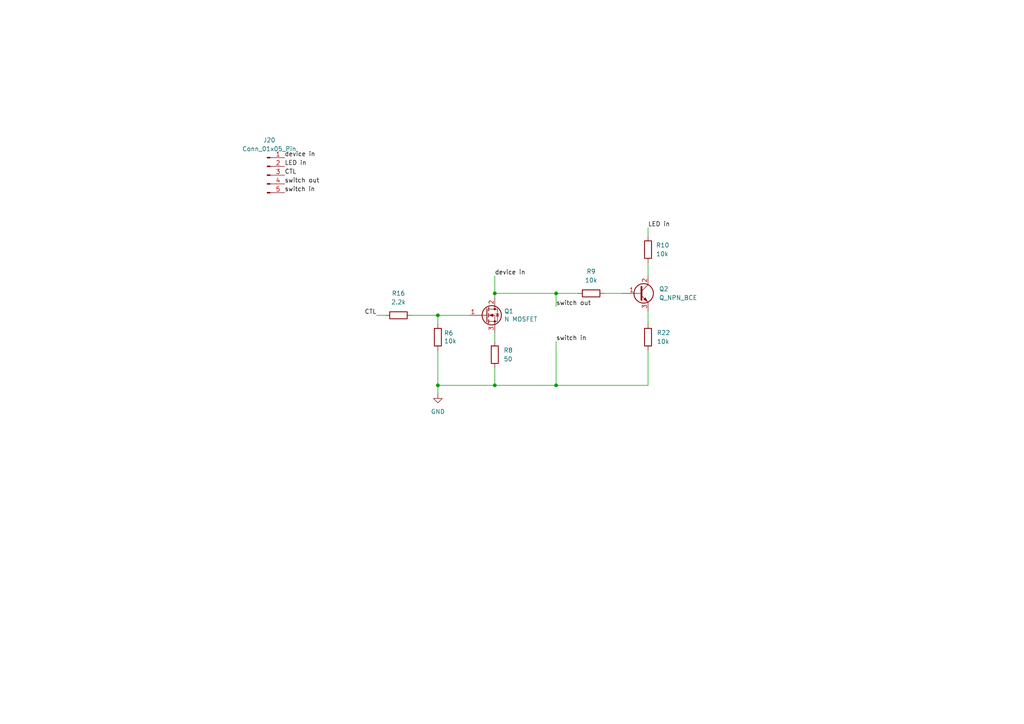
<source format=kicad_sch>
(kicad_sch (version 20231120) (generator "eeschema") (generator_version "8.0")
  (paper "A4")
  (lib_symbols
    (symbol "Connector:Conn_01x05_Pin" (pin_names (offset 1.016) hide)
      (property "Reference" "J" (at 0 7.62 0))
      (property "Value" "Conn_01x05_Pin" (at 0 -7.62 0))
      (symbol "Conn_01x05_Pin_1_1"
        (polyline (pts (xy 1.27 -5.08) (xy 0.8636 -5.08)) (stroke (width 0.1524)))
        (polyline (pts (xy 1.27 -2.54) (xy 0.8636 -2.54)) (stroke (width 0.1524)))
        (polyline (pts (xy 1.27 0) (xy 0.8636 0)) (stroke (width 0.1524)))
        (polyline (pts (xy 1.27 2.54) (xy 0.8636 2.54)) (stroke (width 0.1524)))
        (polyline (pts (xy 1.27 5.08) (xy 0.8636 5.08)) (stroke (width 0.1524)))
        (rectangle (start 0.8636 -4.953) (end 0 -5.207) (stroke (width 0.1524)) (fill (type outline)))
        (rectangle (start 0.8636 -2.413) (end 0 -2.667) (stroke (width 0.1524)) (fill (type outline)))
        (rectangle (start 0.8636 0.127) (end 0 -0.127) (stroke (width 0.1524)) (fill (type outline)))
        (rectangle (start 0.8636 2.667) (end 0 2.413) (stroke (width 0.1524)) (fill (type outline)))
        (rectangle (start 0.8636 5.207) (end 0 4.953) (stroke (width 0.1524)) (fill (type outline)))
        (pin passive line (at 5.08 5.08 180) (length 3.81) (name "Pin_1") (number "1"))
        (pin passive line (at 5.08 2.54 180) (length 3.81) (name "Pin_2") (number "2"))
        (pin passive line (at 5.08 0 180) (length 3.81) (name "Pin_3") (number "3"))
        (pin passive line (at 5.08 -2.54 180) (length 3.81) (name "Pin_4") (number "4"))
        (pin passive line (at 5.08 -5.08 180) (length 3.81) (name "Pin_5") (number "5"))
      )
    )
    (symbol "Device:Q_NPN_BCE" (pin_names (offset 0) hide)
      (property "Reference" "Q" (at 5.08 1.27 0))
      (property "Value" "Q_NPN_BCE" (at 5.08 -1.27 0))
      (symbol "Q_NPN_BCE_0_1"
        (polyline (pts (xy 0.635 0.635) (xy 2.54 2.54)))
        (polyline (pts (xy 0.635 -0.635) (xy 2.54 -2.54) (xy 2.54 -2.54)))
        (polyline (pts (xy 0.635 1.905) (xy 0.635 -1.905) (xy 0.635 -1.905)) (stroke (width 0.508)))
        (polyline (pts (xy 1.27 -1.778) (xy 1.778 -1.27) (xy 2.286 -2.286) (xy 1.27 -1.778) (xy 1.27 -1.778)) (fill (type outline)))
        (circle (center 1.27 0) (radius 2.8194) (stroke (width 0.254)))
      )
      (symbol "Q_NPN_BCE_1_1"
        (pin input line (at -5.08 0 0) (length 5.715) (name "B") (number "1"))
        (pin passive line (at 2.54 5.08 270) (length 2.54) (name "C") (number "2"))
        (pin passive line (at 2.54 -5.08 90) (length 2.54) (name "E") (number "3"))
      )
    )
    (symbol "Device:R" (pin_numbers hide) (pin_names (offset 0))
      (property "Reference" "R" (at 2.032 0 90))
      (property "Value" "R" (at 0 0 90))
      (symbol "R_0_1"
        (rectangle (start -1.016 -2.54) (end 1.016 2.54) (stroke (width 0.254)))
      )
      (symbol "R_1_1"
        (pin passive line (at 0 3.81 270) (length 1.27) (name "~") (number "1"))
        (pin passive line (at 0 -3.81 90) (length 1.27) (name "~") (number "2"))
      )
    )
    (symbol "Transistor_FET:BUZ11" (pin_names hide)
      (property "Reference" "Q" (at 6.35 1.905 0))
      (property "Value" "BUZ11" (at 6.35 0 0))
      (symbol "BUZ11_0_1"
        (polyline (pts (xy 0.254 0) (xy -2.54 0)))
        (polyline (pts (xy 0.254 1.905) (xy 0.254 -1.905)) (stroke (width 0.254)))
        (polyline (pts (xy 0.762 -1.27) (xy 0.762 -2.286)) (stroke (width 0.254)))
        (polyline (pts (xy 0.762 0.508) (xy 0.762 -0.508)) (stroke (width 0.254)))
        (polyline (pts (xy 0.762 2.286) (xy 0.762 1.27)) (stroke (width 0.254)))
        (polyline (pts (xy 2.54 2.54) (xy 2.54 1.778)))
        (polyline (pts (xy 2.54 -2.54) (xy 2.54 0) (xy 0.762 0)))
        (polyline (pts (xy 0.762 -1.778) (xy 3.302 -1.778) (xy 3.302 1.778) (xy 0.762 1.778)))
        (polyline (pts (xy 1.016 0) (xy 2.032 0.381) (xy 2.032 -0.381) (xy 1.016 0)) (fill (type outline)))
        (polyline (pts (xy 2.794 0.508) (xy 2.921 0.381) (xy 3.683 0.381) (xy 3.81 0.254)))
        (polyline (pts (xy 3.302 0.381) (xy 2.921 -0.254) (xy 3.683 -0.254) (xy 3.302 0.381)))
        (circle (center 1.651 0) (radius 2.794) (stroke (width 0.254)))
        (circle (center 2.54 -1.778) (radius 0.254) (fill (type outline)))
        (circle (center 2.54 1.778) (radius 0.254) (fill (type outline)))
      )
      (symbol "BUZ11_1_1"
        (pin input line (at -5.08 0 0) (length 2.54) (name "G") (number "1"))
        (pin passive line (at 2.54 5.08 270) (length 2.54) (name "D") (number "2"))
        (pin passive line (at 2.54 -5.08 90) (length 2.54) (name "S") (number "3"))
      )
    )
    (symbol "power:GND" (power) (pin_numbers hide) (pin_names (offset 0) hide)
      (property "Value" "GND" (at 0 -3.81 0))
      (symbol "GND_0_1"
        (polyline (pts (xy 0 0) (xy 0 -1.27) (xy 1.27 -1.27) (xy 0 -2.54) (xy -1.27 -1.27) (xy 0 -1.27)))
      )
      (symbol "GND_1_1"
        (pin power_in line (at 0 0 270) (length 0) (name "~") (number "1"))
      )
    )
  )
  (junction (at 161.29 111.76))
  (junction (at 127 111.76))
  (junction (at 161.29 85.09))
  (junction (at 143.51 111.76))
  (junction (at 143.51 85.09))
  (junction (at 127 91.44))
  (wire (pts (xy 127 101.6) (xy 127 111.76)))
  (wire (pts (xy 187.96 76.2) (xy 187.96 80.01)))
  (wire (pts (xy 143.51 106.68) (xy 143.51 111.76)))
  (wire (pts (xy 161.29 111.76) (xy 187.96 111.76)))
  (wire (pts (xy 127 111.76) (xy 127 114.3)))
  (wire (pts (xy 187.96 66.04) (xy 187.96 68.58)))
  (wire (pts (xy 143.51 80.01) (xy 143.51 85.09)))
  (wire (pts (xy 187.96 111.76) (xy 187.96 101.6)))
  (wire (pts (xy 143.51 85.09) (xy 161.29 85.09)))
  (wire (pts (xy 127 91.44) (xy 127 93.98)))
  (wire (pts (xy 119.38 91.44) (xy 127 91.44)))
  (wire (pts (xy 143.51 111.76) (xy 161.29 111.76)))
  (wire (pts (xy 143.51 111.76) (xy 127 111.76)))
  (wire (pts (xy 109.22 91.44) (xy 111.76 91.44)))
  (wire (pts (xy 161.29 111.76) (xy 161.29 99.06)))
  (wire (pts (xy 161.29 85.09) (xy 161.29 88.9)))
  (wire (pts (xy 143.51 96.52) (xy 143.51 99.06)))
  (wire (pts (xy 127 91.44) (xy 135.89 91.44)))
  (wire (pts (xy 143.51 85.09) (xy 143.51 86.36)))
  (wire (pts (xy 187.96 90.17) (xy 187.96 93.98)))
  (wire (pts (xy 161.29 85.09) (xy 167.64 85.09)))
  (wire (pts (xy 175.26 85.09) (xy 180.34 85.09)))
  (label "switch in" (at 82.55 55.88 0))
  (label "switch in" (at 161.29 99.06 0))
  (label "device in" (at 82.55 45.72 0))
  (label "CTL" (at 82.55 50.8 0))
  (label "device in" (at 143.51 80.01 0))
  (label "switch out" (at 82.55 53.34 0))
  (label "LED in" (at 187.96 66.04 0))
  (label "LED in" (at 82.55 48.26 0))
  (label "switch out" (at 161.29 88.9 0))
  (label "CTL" (at 109.22 91.44 180))
  (symbol (lib_id "Device:R") (at 115.57 91.44 90) (unit 1)
    (property "Reference" "R16" (at 115.57 85.09 90))
    (property "Value" "2.2k" (at 115.57 87.63 90))
    (property "Footprint" "Resistor_THT:R_Axial_DIN0207_L6.3mm_D2.5mm_P7.62mm_Horizontal" (effects (hide yes)))
    (property "Description" "Resistor" (effects (hide yes)))
    (instances (project "behavior_panel" (path "" (reference "R16") (unit 1)) (path "" (reference "R23") (unit 1)) (path "" (reference "R34") (unit 1)) (path "" (reference "R5") (unit 1))))
  )
  (symbol (lib_id "Device:R") (at 127 97.79 0) (unit 1)
    (property "Reference" "R6" (at 128.778 96.6216 0) (effects (justify left)))
    (property "Value" "10k" (at 128.778 98.933 0) (effects (justify left)))
    (property "Footprint" "Resistor_THT:R_Axial_DIN0207_L6.3mm_D2.5mm_P7.62mm_Horizontal" (effects (hide yes)))
    (property "MPN" "MF-RES-0402-10k" (effects (hide yes)))
    (property "POPULATE" "1" (effects (hide yes)))
    (instances (project "behavior_panel" (path "" (reference "R6") (unit 1)) (path "" (reference "R17") (unit 1)) (path "" (reference "R24") (unit 1)) (path "" (reference "R35") (unit 1))))
  )
  (symbol (lib_id "Transistor_FET:BUZ11") (at 140.97 91.44 0) (unit 1)
    (property "Reference" "Q1" (at 146.2024 90.2716 0) (effects (justify left)))
    (property "Value" "N MOSFET" (at 146.2024 92.583 0) (effects (justify left)))
    (property "Footprint" "Package_TO_SOT_THT:TO-220-3_Vertical" (effects (hide yes)))
    (property "POPULATE" "1" (effects (hide yes)))
    (property "MPN" "NVD5C668NLT4G" (effects (hide yes)))
    (instances (project "behavior_panel" (path "" (reference "Q1") (unit 1)) (path "" (reference "Q3") (unit 1)) (path "" (reference "Q5") (unit 1)) (path "" (reference "Q7") (unit 1))))
  )
  (symbol (lib_id "Connector:Conn_01x05_Pin") (at 77.47 50.8 0) (unit 1)
    (property "Reference" "J20" (at 78.105 40.64 0))
    (property "Value" "Conn_01x05_Pin" (at 78.105 43.18 0))
    (property "Footprint" "Connector_PinHeader_2.54mm:PinHeader_1x05_P2.54mm_Vertical" (effects (hide yes)))
    (property "Description" "Generic connector, single row, 01x05, script generated" (effects (hide yes)))
    (instances (project "behavior_panel" (path "" (reference "J20") (unit 1)) (path "" (reference "J17") (unit 1)) (path "" (reference "J19") (unit 1)) (path "" (reference "J22") (unit 1))))
  )
  (symbol (lib_id "power:GND") (at 127 114.3 0) (unit 1)
    (property "Reference" "#PWR021" (effects (hide yes)))
    (property "Value" "GND" (at 127 119.38 0))
    (property "Description" "Power symbol creates a global label with name \"GND\" , ground" (effects (hide yes)))
    (instances (project "behavior_panel" (path "" (reference "#PWR021") (unit 1)) (path "" (reference "#PWR023") (unit 1)) (path "" (reference "#PWR024") (unit 1)) (path "" (reference "#PWR026") (unit 1))))
  )
  (symbol (lib_id "Device:R") (at 171.45 85.09 90) (unit 1)
    (property "Reference" "R9" (at 171.45 78.74 90))
    (property "Value" "10k" (at 171.45 81.28 90))
    (property "Footprint" "Resistor_THT:R_Axial_DIN0207_L6.3mm_D2.5mm_P7.62mm_Horizontal" (effects (hide yes)))
    (instances (project "behavior_panel" (path "" (reference "R9") (unit 1)) (path "" (reference "R20") (unit 1)) (path "" (reference "R27") (unit 1)) (path "" (reference "R38") (unit 1))))
  )
  (symbol (lib_id "Device:R") (at 187.96 72.39 0) (unit 1)
    (property "Reference" "R10" (at 190.246 71.1199 0) (effects (justify left)))
    (property "Value" "10k" (at 190.246 73.6599 0) (effects (justify left)))
    (property "Footprint" "Resistor_THT:R_Axial_DIN0207_L6.3mm_D2.5mm_P7.62mm_Horizontal" (effects (hide yes)))
    (instances (project "behavior_panel" (path "" (reference "R10") (unit 1)) (path "" (reference "R21") (unit 1)) (path "" (reference "R28") (unit 1)) (path "" (reference "R39") (unit 1))))
  )
  (symbol (lib_id "Device:R") (at 187.96 97.79 0) (unit 1)
    (property "Reference" "R22" (at 190.5 96.5199 0) (effects (justify left)))
    (property "Value" "10k" (at 190.5 99.0599 0) (effects (justify left)))
    (property "Footprint" "Resistor_THT:R_Axial_DIN0207_L6.3mm_D2.5mm_P7.62mm_Horizontal" (effects (hide yes)))
    (property "Description" "Resistor" (effects (hide yes)))
    (instances (project "behavior_panel" (path "" (reference "R22") (unit 1)) (path "" (reference "R29") (unit 1)) (path "" (reference "R40") (unit 1)) (path "" (reference "R11") (unit 1))))
  )
  (symbol (lib_id "Device:R") (at 143.51 102.87 0) (unit 1)
    (property "Reference" "R8" (at 146.05 101.5999 0) (effects (justify left)))
    (property "Value" "50" (at 146.05 104.1399 0) (effects (justify left)))
    (property "Footprint" "Resistor_THT:R_Axial_DIN0207_L6.3mm_D2.5mm_P7.62mm_Horizontal" (effects (hide yes)))
    (property "Description" "Resistor" (effects (hide yes)))
    (instances (project "behavior_panel" (path "" (reference "R8") (unit 1)) (path "" (reference "R19") (unit 1)) (path "" (reference "R26") (unit 1)) (path "" (reference "R37") (unit 1))))
  )
  (symbol (lib_id "Device:Q_NPN_BCE") (at 185.42 85.09 0) (unit 1)
    (property "Reference" "Q2" (at 191.135 83.8199 0) (effects (justify left)))
    (property "Value" "Q_NPN_BCE" (at 191.135 86.3599 0) (effects (justify left)))
    (property "Footprint" "Package_TO_SOT_THT:TO-92L_Inline_Wide" (effects (hide yes)))
    (instances (project "behavior_panel" (path "" (reference "Q2") (unit 1)) (path "" (reference "Q4") (unit 1)) (path "" (reference "Q6") (unit 1)) (path "" (reference "Q8") (unit 1))))
  )
)
</source>
